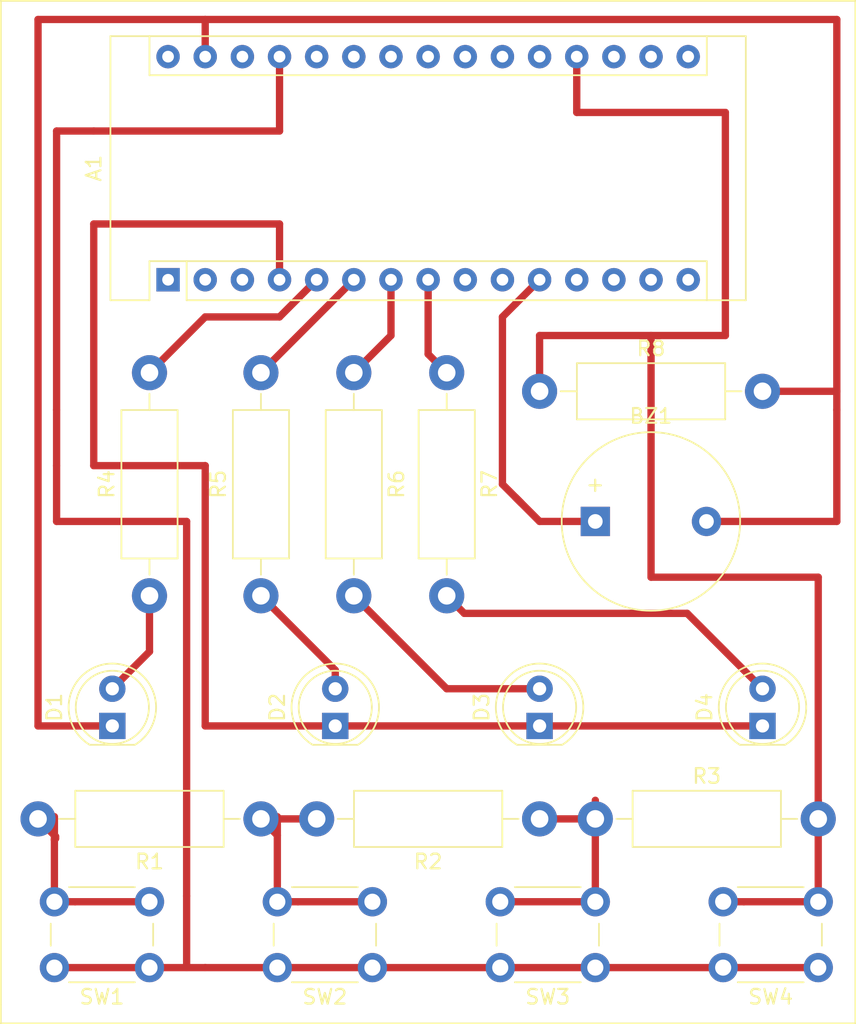
<source format=kicad_pcb>
(kicad_pcb (version 20171130) (host pcbnew "(5.1.0)-1")

  (general
    (thickness 1.6)
    (drawings 5)
    (tracks 87)
    (zones 0)
    (modules 18)
    (nets 37)
  )

  (page A4)
  (layers
    (0 F.Cu signal)
    (31 B.Cu signal)
    (32 B.Adhes user)
    (33 F.Adhes user)
    (34 B.Paste user)
    (35 F.Paste user)
    (36 B.SilkS user)
    (37 F.SilkS user)
    (38 B.Mask user)
    (39 F.Mask user)
    (40 Dwgs.User user)
    (41 Cmts.User user)
    (42 Eco1.User user)
    (43 Eco2.User user)
    (44 Edge.Cuts user)
    (45 Margin user)
    (46 B.CrtYd user)
    (47 F.CrtYd user)
    (48 B.Fab user)
    (49 F.Fab user)
  )

  (setup
    (last_trace_width 0.5)
    (user_trace_width 0.5)
    (trace_clearance 0.2)
    (zone_clearance 0.508)
    (zone_45_only no)
    (trace_min 0.2)
    (via_size 0.8)
    (via_drill 0.4)
    (via_min_size 0.4)
    (via_min_drill 0.3)
    (uvia_size 0.3)
    (uvia_drill 0.1)
    (uvias_allowed no)
    (uvia_min_size 0.2)
    (uvia_min_drill 0.1)
    (edge_width 0.05)
    (segment_width 0.2)
    (pcb_text_width 0.3)
    (pcb_text_size 1.5 1.5)
    (mod_edge_width 0.12)
    (mod_text_size 1 1)
    (mod_text_width 0.15)
    (pad_size 1.524 1.524)
    (pad_drill 0.762)
    (pad_to_mask_clearance 0.051)
    (solder_mask_min_width 0.25)
    (aux_axis_origin 0 0)
    (visible_elements 7FFFFFFF)
    (pcbplotparams
      (layerselection 0x010fc_ffffffff)
      (usegerberextensions false)
      (usegerberattributes false)
      (usegerberadvancedattributes false)
      (creategerberjobfile false)
      (excludeedgelayer true)
      (linewidth 0.100000)
      (plotframeref false)
      (viasonmask false)
      (mode 1)
      (useauxorigin false)
      (hpglpennumber 1)
      (hpglpenspeed 20)
      (hpglpendiameter 15.000000)
      (psnegative false)
      (psa4output false)
      (plotreference true)
      (plotvalue true)
      (plotinvisibletext false)
      (padsonsilk false)
      (subtractmaskfromsilk false)
      (outputformat 1)
      (mirror false)
      (drillshape 1)
      (scaleselection 1)
      (outputdirectory ""))
  )

  (net 0 "")
  (net 1 "Net-(A1-Pad16)")
  (net 2 "Net-(A1-Pad15)")
  (net 3 "Net-(A1-Pad30)")
  (net 4 "Net-(A1-Pad14)")
  (net 5 "Net-(A1-Pad13)")
  (net 6 "Net-(A1-Pad28)")
  (net 7 "Net-(A1-Pad12)")
  (net 8 "Net-(A1-Pad27)")
  (net 9 "Net-(A1-Pad11)")
  (net 10 "Net-(A1-Pad26)")
  (net 11 "Net-(A1-Pad10)")
  (net 12 "Net-(A1-Pad25)")
  (net 13 "Net-(A1-Pad9)")
  (net 14 "Net-(A1-Pad24)")
  (net 15 "Net-(A1-Pad8)")
  (net 16 "Net-(A1-Pad23)")
  (net 17 "Net-(A1-Pad7)")
  (net 18 "Net-(A1-Pad22)")
  (net 19 "Net-(A1-Pad6)")
  (net 20 "Net-(A1-Pad21)")
  (net 21 "Net-(A1-Pad5)")
  (net 22 "Net-(A1-Pad20)")
  (net 23 "Net-(A1-Pad19)")
  (net 24 "Net-(A1-Pad3)")
  (net 25 "Net-(A1-Pad18)")
  (net 26 "Net-(A1-Pad2)")
  (net 27 "Net-(A1-Pad17)")
  (net 28 "Net-(A1-Pad1)")
  (net 29 "Net-(D1-Pad2)")
  (net 30 "Net-(D2-Pad2)")
  (net 31 "Net-(D3-Pad2)")
  (net 32 "Net-(D4-Pad2)")
  (net 33 "Net-(R1-Pad2)")
  (net 34 "Net-(R1-Pad1)")
  (net 35 "Net-(R2-Pad1)")
  (net 36 GND)

  (net_class Default "Ceci est la Netclass par défaut."
    (clearance 0.2)
    (trace_width 0.25)
    (via_dia 0.8)
    (via_drill 0.4)
    (uvia_dia 0.3)
    (uvia_drill 0.1)
    (add_net GND)
    (add_net "Net-(A1-Pad1)")
    (add_net "Net-(A1-Pad10)")
    (add_net "Net-(A1-Pad11)")
    (add_net "Net-(A1-Pad12)")
    (add_net "Net-(A1-Pad13)")
    (add_net "Net-(A1-Pad14)")
    (add_net "Net-(A1-Pad15)")
    (add_net "Net-(A1-Pad16)")
    (add_net "Net-(A1-Pad17)")
    (add_net "Net-(A1-Pad18)")
    (add_net "Net-(A1-Pad19)")
    (add_net "Net-(A1-Pad2)")
    (add_net "Net-(A1-Pad20)")
    (add_net "Net-(A1-Pad21)")
    (add_net "Net-(A1-Pad22)")
    (add_net "Net-(A1-Pad23)")
    (add_net "Net-(A1-Pad24)")
    (add_net "Net-(A1-Pad25)")
    (add_net "Net-(A1-Pad26)")
    (add_net "Net-(A1-Pad27)")
    (add_net "Net-(A1-Pad28)")
    (add_net "Net-(A1-Pad3)")
    (add_net "Net-(A1-Pad30)")
    (add_net "Net-(A1-Pad5)")
    (add_net "Net-(A1-Pad6)")
    (add_net "Net-(A1-Pad7)")
    (add_net "Net-(A1-Pad8)")
    (add_net "Net-(A1-Pad9)")
    (add_net "Net-(D1-Pad2)")
    (add_net "Net-(D2-Pad2)")
    (add_net "Net-(D3-Pad2)")
    (add_net "Net-(D4-Pad2)")
    (add_net "Net-(R1-Pad1)")
    (add_net "Net-(R1-Pad2)")
    (add_net "Net-(R2-Pad1)")
  )

  (module Module:Arduino_Nano (layer F.Cu) (tedit 58ACAF70) (tstamp 5CCB185E)
    (at 179.07 76.2 90)
    (descr "Arduino Nano, http://www.mouser.com/pdfdocs/Gravitech_Arduino_Nano3_0.pdf")
    (tags "Arduino Nano")
    (path /5CD0BC2B)
    (fp_text reference A1 (at 7.62 -5.08 90) (layer F.SilkS)
      (effects (font (size 1 1) (thickness 0.15)))
    )
    (fp_text value Arduino_Nano_v3.x (at 8.89 19.05 -180) (layer F.Fab)
      (effects (font (size 1 1) (thickness 0.15)))
    )
    (fp_line (start 16.75 42.16) (end -1.53 42.16) (layer F.CrtYd) (width 0.05))
    (fp_line (start 16.75 42.16) (end 16.75 -4.06) (layer F.CrtYd) (width 0.05))
    (fp_line (start -1.53 -4.06) (end -1.53 42.16) (layer F.CrtYd) (width 0.05))
    (fp_line (start -1.53 -4.06) (end 16.75 -4.06) (layer F.CrtYd) (width 0.05))
    (fp_line (start 16.51 -3.81) (end 16.51 39.37) (layer F.Fab) (width 0.1))
    (fp_line (start 0 -3.81) (end 16.51 -3.81) (layer F.Fab) (width 0.1))
    (fp_line (start -1.27 -2.54) (end 0 -3.81) (layer F.Fab) (width 0.1))
    (fp_line (start -1.27 39.37) (end -1.27 -2.54) (layer F.Fab) (width 0.1))
    (fp_line (start 16.51 39.37) (end -1.27 39.37) (layer F.Fab) (width 0.1))
    (fp_line (start 16.64 -3.94) (end -1.4 -3.94) (layer F.SilkS) (width 0.12))
    (fp_line (start 16.64 39.5) (end 16.64 -3.94) (layer F.SilkS) (width 0.12))
    (fp_line (start -1.4 39.5) (end 16.64 39.5) (layer F.SilkS) (width 0.12))
    (fp_line (start 3.81 41.91) (end 3.81 31.75) (layer F.Fab) (width 0.1))
    (fp_line (start 11.43 41.91) (end 3.81 41.91) (layer F.Fab) (width 0.1))
    (fp_line (start 11.43 31.75) (end 11.43 41.91) (layer F.Fab) (width 0.1))
    (fp_line (start 3.81 31.75) (end 11.43 31.75) (layer F.Fab) (width 0.1))
    (fp_line (start 1.27 36.83) (end -1.4 36.83) (layer F.SilkS) (width 0.12))
    (fp_line (start 1.27 1.27) (end 1.27 36.83) (layer F.SilkS) (width 0.12))
    (fp_line (start 1.27 1.27) (end -1.4 1.27) (layer F.SilkS) (width 0.12))
    (fp_line (start 13.97 36.83) (end 16.64 36.83) (layer F.SilkS) (width 0.12))
    (fp_line (start 13.97 -1.27) (end 13.97 36.83) (layer F.SilkS) (width 0.12))
    (fp_line (start 13.97 -1.27) (end 16.64 -1.27) (layer F.SilkS) (width 0.12))
    (fp_line (start -1.4 -3.94) (end -1.4 -1.27) (layer F.SilkS) (width 0.12))
    (fp_line (start -1.4 1.27) (end -1.4 39.5) (layer F.SilkS) (width 0.12))
    (fp_line (start 1.27 -1.27) (end -1.4 -1.27) (layer F.SilkS) (width 0.12))
    (fp_line (start 1.27 1.27) (end 1.27 -1.27) (layer F.SilkS) (width 0.12))
    (fp_text user %R (at 6.35 19.05 -180) (layer F.Fab)
      (effects (font (size 1 1) (thickness 0.15)))
    )
    (pad 16 thru_hole oval (at 15.24 35.56 90) (size 1.6 1.6) (drill 0.8) (layers *.Cu *.Mask)
      (net 1 "Net-(A1-Pad16)"))
    (pad 15 thru_hole oval (at 0 35.56 90) (size 1.6 1.6) (drill 0.8) (layers *.Cu *.Mask)
      (net 2 "Net-(A1-Pad15)"))
    (pad 30 thru_hole oval (at 15.24 0 90) (size 1.6 1.6) (drill 0.8) (layers *.Cu *.Mask)
      (net 3 "Net-(A1-Pad30)"))
    (pad 14 thru_hole oval (at 0 33.02 90) (size 1.6 1.6) (drill 0.8) (layers *.Cu *.Mask)
      (net 4 "Net-(A1-Pad14)"))
    (pad 29 thru_hole oval (at 15.24 2.54 90) (size 1.6 1.6) (drill 0.8) (layers *.Cu *.Mask)
      (net 36 GND))
    (pad 13 thru_hole oval (at 0 30.48 90) (size 1.6 1.6) (drill 0.8) (layers *.Cu *.Mask)
      (net 5 "Net-(A1-Pad13)"))
    (pad 28 thru_hole oval (at 15.24 5.08 90) (size 1.6 1.6) (drill 0.8) (layers *.Cu *.Mask)
      (net 6 "Net-(A1-Pad28)"))
    (pad 12 thru_hole oval (at 0 27.94 90) (size 1.6 1.6) (drill 0.8) (layers *.Cu *.Mask)
      (net 7 "Net-(A1-Pad12)"))
    (pad 27 thru_hole oval (at 15.24 7.62 90) (size 1.6 1.6) (drill 0.8) (layers *.Cu *.Mask)
      (net 8 "Net-(A1-Pad27)"))
    (pad 11 thru_hole oval (at 0 25.4 90) (size 1.6 1.6) (drill 0.8) (layers *.Cu *.Mask)
      (net 9 "Net-(A1-Pad11)"))
    (pad 26 thru_hole oval (at 15.24 10.16 90) (size 1.6 1.6) (drill 0.8) (layers *.Cu *.Mask)
      (net 10 "Net-(A1-Pad26)"))
    (pad 10 thru_hole oval (at 0 22.86 90) (size 1.6 1.6) (drill 0.8) (layers *.Cu *.Mask)
      (net 11 "Net-(A1-Pad10)"))
    (pad 25 thru_hole oval (at 15.24 12.7 90) (size 1.6 1.6) (drill 0.8) (layers *.Cu *.Mask)
      (net 12 "Net-(A1-Pad25)"))
    (pad 9 thru_hole oval (at 0 20.32 90) (size 1.6 1.6) (drill 0.8) (layers *.Cu *.Mask)
      (net 13 "Net-(A1-Pad9)"))
    (pad 24 thru_hole oval (at 15.24 15.24 90) (size 1.6 1.6) (drill 0.8) (layers *.Cu *.Mask)
      (net 14 "Net-(A1-Pad24)"))
    (pad 8 thru_hole oval (at 0 17.78 90) (size 1.6 1.6) (drill 0.8) (layers *.Cu *.Mask)
      (net 15 "Net-(A1-Pad8)"))
    (pad 23 thru_hole oval (at 15.24 17.78 90) (size 1.6 1.6) (drill 0.8) (layers *.Cu *.Mask)
      (net 16 "Net-(A1-Pad23)"))
    (pad 7 thru_hole oval (at 0 15.24 90) (size 1.6 1.6) (drill 0.8) (layers *.Cu *.Mask)
      (net 17 "Net-(A1-Pad7)"))
    (pad 22 thru_hole oval (at 15.24 20.32 90) (size 1.6 1.6) (drill 0.8) (layers *.Cu *.Mask)
      (net 18 "Net-(A1-Pad22)"))
    (pad 6 thru_hole oval (at 0 12.7 90) (size 1.6 1.6) (drill 0.8) (layers *.Cu *.Mask)
      (net 19 "Net-(A1-Pad6)"))
    (pad 21 thru_hole oval (at 15.24 22.86 90) (size 1.6 1.6) (drill 0.8) (layers *.Cu *.Mask)
      (net 20 "Net-(A1-Pad21)"))
    (pad 5 thru_hole oval (at 0 10.16 90) (size 1.6 1.6) (drill 0.8) (layers *.Cu *.Mask)
      (net 21 "Net-(A1-Pad5)"))
    (pad 20 thru_hole oval (at 15.24 25.4 90) (size 1.6 1.6) (drill 0.8) (layers *.Cu *.Mask)
      (net 22 "Net-(A1-Pad20)"))
    (pad 4 thru_hole oval (at 0 7.62 90) (size 1.6 1.6) (drill 0.8) (layers *.Cu *.Mask)
      (net 36 GND))
    (pad 19 thru_hole oval (at 15.24 27.94 90) (size 1.6 1.6) (drill 0.8) (layers *.Cu *.Mask)
      (net 23 "Net-(A1-Pad19)"))
    (pad 3 thru_hole oval (at 0 5.08 90) (size 1.6 1.6) (drill 0.8) (layers *.Cu *.Mask)
      (net 24 "Net-(A1-Pad3)"))
    (pad 18 thru_hole oval (at 15.24 30.48 90) (size 1.6 1.6) (drill 0.8) (layers *.Cu *.Mask)
      (net 25 "Net-(A1-Pad18)"))
    (pad 2 thru_hole oval (at 0 2.54 90) (size 1.6 1.6) (drill 0.8) (layers *.Cu *.Mask)
      (net 26 "Net-(A1-Pad2)"))
    (pad 17 thru_hole oval (at 15.24 33.02 90) (size 1.6 1.6) (drill 0.8) (layers *.Cu *.Mask)
      (net 27 "Net-(A1-Pad17)"))
    (pad 1 thru_hole rect (at 0 0 90) (size 1.6 1.6) (drill 0.8) (layers *.Cu *.Mask)
      (net 28 "Net-(A1-Pad1)"))
    (model ${KISYS3DMOD}/Module.3dshapes/Arduino_Nano_WithMountingHoles.wrl
      (at (xyz 0 0 0))
      (scale (xyz 1 1 1))
      (rotate (xyz 0 0 0))
    )
  )

  (module Button_Switch_THT:SW_PUSH_6mm_H5mm (layer F.Cu) (tedit 5A02FE31) (tstamp 5CCB19A2)
    (at 208.28 123.19 180)
    (descr "tactile push button, 6x6mm e.g. PHAP33xx series, height=5mm")
    (tags "tact sw push 6mm")
    (path /5CC9FEAF)
    (fp_text reference SW3 (at 3.25 -2 180) (layer F.SilkS)
      (effects (font (size 1 1) (thickness 0.15)))
    )
    (fp_text value SW_Push (at 3.75 6.7 180) (layer F.Fab)
      (effects (font (size 1 1) (thickness 0.15)))
    )
    (fp_circle (center 3.25 2.25) (end 1.25 2.5) (layer F.Fab) (width 0.1))
    (fp_line (start 6.75 3) (end 6.75 1.5) (layer F.SilkS) (width 0.12))
    (fp_line (start 5.5 -1) (end 1 -1) (layer F.SilkS) (width 0.12))
    (fp_line (start -0.25 1.5) (end -0.25 3) (layer F.SilkS) (width 0.12))
    (fp_line (start 1 5.5) (end 5.5 5.5) (layer F.SilkS) (width 0.12))
    (fp_line (start 8 -1.25) (end 8 5.75) (layer F.CrtYd) (width 0.05))
    (fp_line (start 7.75 6) (end -1.25 6) (layer F.CrtYd) (width 0.05))
    (fp_line (start -1.5 5.75) (end -1.5 -1.25) (layer F.CrtYd) (width 0.05))
    (fp_line (start -1.25 -1.5) (end 7.75 -1.5) (layer F.CrtYd) (width 0.05))
    (fp_line (start -1.5 6) (end -1.25 6) (layer F.CrtYd) (width 0.05))
    (fp_line (start -1.5 5.75) (end -1.5 6) (layer F.CrtYd) (width 0.05))
    (fp_line (start -1.5 -1.5) (end -1.25 -1.5) (layer F.CrtYd) (width 0.05))
    (fp_line (start -1.5 -1.25) (end -1.5 -1.5) (layer F.CrtYd) (width 0.05))
    (fp_line (start 8 -1.5) (end 8 -1.25) (layer F.CrtYd) (width 0.05))
    (fp_line (start 7.75 -1.5) (end 8 -1.5) (layer F.CrtYd) (width 0.05))
    (fp_line (start 8 6) (end 8 5.75) (layer F.CrtYd) (width 0.05))
    (fp_line (start 7.75 6) (end 8 6) (layer F.CrtYd) (width 0.05))
    (fp_line (start 0.25 -0.75) (end 3.25 -0.75) (layer F.Fab) (width 0.1))
    (fp_line (start 0.25 5.25) (end 0.25 -0.75) (layer F.Fab) (width 0.1))
    (fp_line (start 6.25 5.25) (end 0.25 5.25) (layer F.Fab) (width 0.1))
    (fp_line (start 6.25 -0.75) (end 6.25 5.25) (layer F.Fab) (width 0.1))
    (fp_line (start 3.25 -0.75) (end 6.25 -0.75) (layer F.Fab) (width 0.1))
    (fp_text user %R (at 3.25 2.25) (layer F.Fab)
      (effects (font (size 1 1) (thickness 0.15)))
    )
    (pad 1 thru_hole circle (at 6.5 0 270) (size 2 2) (drill 1.1) (layers *.Cu *.Mask)
      (net 8 "Net-(A1-Pad27)"))
    (pad 2 thru_hole circle (at 6.5 4.5 270) (size 2 2) (drill 1.1) (layers *.Cu *.Mask)
      (net 35 "Net-(R2-Pad1)"))
    (pad 1 thru_hole circle (at 0 0 270) (size 2 2) (drill 1.1) (layers *.Cu *.Mask)
      (net 8 "Net-(A1-Pad27)"))
    (pad 2 thru_hole circle (at 0 4.5 270) (size 2 2) (drill 1.1) (layers *.Cu *.Mask)
      (net 35 "Net-(R2-Pad1)"))
    (model ${KISYS3DMOD}/Button_Switch_THT.3dshapes/SW_PUSH_6mm_H5mm.wrl
      (at (xyz 0 0 0))
      (scale (xyz 1 1 1))
      (rotate (xyz 0 0 0))
    )
  )

  (module LED_THT:LED_D5.0mm (layer F.Cu) (tedit 5995936A) (tstamp 5CCB1991)
    (at 175.26 106.68 90)
    (descr "LED, diameter 5.0mm, 2 pins, http://cdn-reichelt.de/documents/datenblatt/A500/LL-504BC2E-009.pdf")
    (tags "LED diameter 5.0mm 2 pins")
    (path /5CC9ECB9)
    (fp_text reference D1 (at 1.27 -3.96 90) (layer F.SilkS)
      (effects (font (size 1 1) (thickness 0.15)))
    )
    (fp_text value LED (at 1.27 3.96 90) (layer F.Fab)
      (effects (font (size 1 1) (thickness 0.15)))
    )
    (fp_text user %R (at 1.25 0 90) (layer F.Fab)
      (effects (font (size 0.8 0.8) (thickness 0.2)))
    )
    (fp_line (start 4.5 -3.25) (end -1.95 -3.25) (layer F.CrtYd) (width 0.05))
    (fp_line (start 4.5 3.25) (end 4.5 -3.25) (layer F.CrtYd) (width 0.05))
    (fp_line (start -1.95 3.25) (end 4.5 3.25) (layer F.CrtYd) (width 0.05))
    (fp_line (start -1.95 -3.25) (end -1.95 3.25) (layer F.CrtYd) (width 0.05))
    (fp_line (start -1.29 -1.545) (end -1.29 1.545) (layer F.SilkS) (width 0.12))
    (fp_line (start -1.23 -1.469694) (end -1.23 1.469694) (layer F.Fab) (width 0.1))
    (fp_circle (center 1.27 0) (end 3.77 0) (layer F.SilkS) (width 0.12))
    (fp_circle (center 1.27 0) (end 3.77 0) (layer F.Fab) (width 0.1))
    (fp_arc (start 1.27 0) (end -1.29 1.54483) (angle -148.9) (layer F.SilkS) (width 0.12))
    (fp_arc (start 1.27 0) (end -1.29 -1.54483) (angle 148.9) (layer F.SilkS) (width 0.12))
    (fp_arc (start 1.27 0) (end -1.23 -1.469694) (angle 299.1) (layer F.Fab) (width 0.1))
    (pad 2 thru_hole circle (at 2.54 0 90) (size 1.8 1.8) (drill 0.9) (layers *.Cu *.Mask)
      (net 29 "Net-(D1-Pad2)"))
    (pad 1 thru_hole rect (at 0 0 90) (size 1.8 1.8) (drill 0.9) (layers *.Cu *.Mask)
      (net 36 GND))
    (model ${KISYS3DMOD}/LED_THT.3dshapes/LED_D5.0mm.wrl
      (at (xyz 0 0 0))
      (scale (xyz 1 1 1))
      (rotate (xyz 0 0 0))
    )
  )

  (module Resistor_THT:R_Axial_DIN0411_L9.9mm_D3.6mm_P15.24mm_Horizontal (layer F.Cu) (tedit 5AE5139B) (tstamp 5CCB197B)
    (at 204.47 113.03 180)
    (descr "Resistor, Axial_DIN0411 series, Axial, Horizontal, pin pitch=15.24mm, 1W, length*diameter=9.9*3.6mm^2")
    (tags "Resistor Axial_DIN0411 series Axial Horizontal pin pitch 15.24mm 1W length 9.9mm diameter 3.6mm")
    (path /5CCBC6E4)
    (fp_text reference R2 (at 7.62 -2.92 180) (layer F.SilkS)
      (effects (font (size 1 1) (thickness 0.15)))
    )
    (fp_text value 220 (at 7.62 2.92 180) (layer F.Fab)
      (effects (font (size 1 1) (thickness 0.15)))
    )
    (fp_text user %R (at 7.62 0 180) (layer F.Fab)
      (effects (font (size 1 1) (thickness 0.15)))
    )
    (fp_line (start 16.69 -2.05) (end -1.45 -2.05) (layer F.CrtYd) (width 0.05))
    (fp_line (start 16.69 2.05) (end 16.69 -2.05) (layer F.CrtYd) (width 0.05))
    (fp_line (start -1.45 2.05) (end 16.69 2.05) (layer F.CrtYd) (width 0.05))
    (fp_line (start -1.45 -2.05) (end -1.45 2.05) (layer F.CrtYd) (width 0.05))
    (fp_line (start 13.8 0) (end 12.69 0) (layer F.SilkS) (width 0.12))
    (fp_line (start 1.44 0) (end 2.55 0) (layer F.SilkS) (width 0.12))
    (fp_line (start 12.69 -1.92) (end 2.55 -1.92) (layer F.SilkS) (width 0.12))
    (fp_line (start 12.69 1.92) (end 12.69 -1.92) (layer F.SilkS) (width 0.12))
    (fp_line (start 2.55 1.92) (end 12.69 1.92) (layer F.SilkS) (width 0.12))
    (fp_line (start 2.55 -1.92) (end 2.55 1.92) (layer F.SilkS) (width 0.12))
    (fp_line (start 15.24 0) (end 12.57 0) (layer F.Fab) (width 0.1))
    (fp_line (start 0 0) (end 2.67 0) (layer F.Fab) (width 0.1))
    (fp_line (start 12.57 -1.8) (end 2.67 -1.8) (layer F.Fab) (width 0.1))
    (fp_line (start 12.57 1.8) (end 12.57 -1.8) (layer F.Fab) (width 0.1))
    (fp_line (start 2.67 1.8) (end 12.57 1.8) (layer F.Fab) (width 0.1))
    (fp_line (start 2.67 -1.8) (end 2.67 1.8) (layer F.Fab) (width 0.1))
    (pad 2 thru_hole oval (at 15.24 0 180) (size 2.4 2.4) (drill 1.2) (layers *.Cu *.Mask)
      (net 34 "Net-(R1-Pad1)"))
    (pad 1 thru_hole circle (at 0 0 180) (size 2.4 2.4) (drill 1.2) (layers *.Cu *.Mask)
      (net 35 "Net-(R2-Pad1)"))
    (model ${KISYS3DMOD}/Resistor_THT.3dshapes/R_Axial_DIN0411_L9.9mm_D3.6mm_P15.24mm_Horizontal.wrl
      (at (xyz 0 0 0))
      (scale (xyz 1 1 1))
      (rotate (xyz 0 0 0))
    )
  )

  (module Resistor_THT:R_Axial_DIN0411_L9.9mm_D3.6mm_P15.24mm_Horizontal (layer F.Cu) (tedit 5AE5139B) (tstamp 5CCB1965)
    (at 208.28 113.03)
    (descr "Resistor, Axial_DIN0411 series, Axial, Horizontal, pin pitch=15.24mm, 1W, length*diameter=9.9*3.6mm^2")
    (tags "Resistor Axial_DIN0411 series Axial Horizontal pin pitch 15.24mm 1W length 9.9mm diameter 3.6mm")
    (path /5CCBC6DE)
    (fp_text reference R3 (at 7.62 -2.92) (layer F.SilkS)
      (effects (font (size 1 1) (thickness 0.15)))
    )
    (fp_text value 220 (at 7.62 2.92) (layer F.Fab)
      (effects (font (size 1 1) (thickness 0.15)))
    )
    (fp_text user %R (at 7.62 0) (layer F.Fab)
      (effects (font (size 1 1) (thickness 0.15)))
    )
    (fp_line (start 16.69 -2.05) (end -1.45 -2.05) (layer F.CrtYd) (width 0.05))
    (fp_line (start 16.69 2.05) (end 16.69 -2.05) (layer F.CrtYd) (width 0.05))
    (fp_line (start -1.45 2.05) (end 16.69 2.05) (layer F.CrtYd) (width 0.05))
    (fp_line (start -1.45 -2.05) (end -1.45 2.05) (layer F.CrtYd) (width 0.05))
    (fp_line (start 13.8 0) (end 12.69 0) (layer F.SilkS) (width 0.12))
    (fp_line (start 1.44 0) (end 2.55 0) (layer F.SilkS) (width 0.12))
    (fp_line (start 12.69 -1.92) (end 2.55 -1.92) (layer F.SilkS) (width 0.12))
    (fp_line (start 12.69 1.92) (end 12.69 -1.92) (layer F.SilkS) (width 0.12))
    (fp_line (start 2.55 1.92) (end 12.69 1.92) (layer F.SilkS) (width 0.12))
    (fp_line (start 2.55 -1.92) (end 2.55 1.92) (layer F.SilkS) (width 0.12))
    (fp_line (start 15.24 0) (end 12.57 0) (layer F.Fab) (width 0.1))
    (fp_line (start 0 0) (end 2.67 0) (layer F.Fab) (width 0.1))
    (fp_line (start 12.57 -1.8) (end 2.67 -1.8) (layer F.Fab) (width 0.1))
    (fp_line (start 12.57 1.8) (end 12.57 -1.8) (layer F.Fab) (width 0.1))
    (fp_line (start 2.67 1.8) (end 12.57 1.8) (layer F.Fab) (width 0.1))
    (fp_line (start 2.67 -1.8) (end 2.67 1.8) (layer F.Fab) (width 0.1))
    (pad 2 thru_hole oval (at 15.24 0) (size 2.4 2.4) (drill 1.2) (layers *.Cu *.Mask)
      (net 23 "Net-(A1-Pad19)"))
    (pad 1 thru_hole circle (at 0 0) (size 2.4 2.4) (drill 1.2) (layers *.Cu *.Mask)
      (net 35 "Net-(R2-Pad1)"))
    (model ${KISYS3DMOD}/Resistor_THT.3dshapes/R_Axial_DIN0411_L9.9mm_D3.6mm_P15.24mm_Horizontal.wrl
      (at (xyz 0 0 0))
      (scale (xyz 1 1 1))
      (rotate (xyz 0 0 0))
    )
  )

  (module Resistor_THT:R_Axial_DIN0411_L9.9mm_D3.6mm_P15.24mm_Horizontal (layer F.Cu) (tedit 5AE5139B) (tstamp 5CCB194F)
    (at 177.8 97.79 90)
    (descr "Resistor, Axial_DIN0411 series, Axial, Horizontal, pin pitch=15.24mm, 1W, length*diameter=9.9*3.6mm^2")
    (tags "Resistor Axial_DIN0411 series Axial Horizontal pin pitch 15.24mm 1W length 9.9mm diameter 3.6mm")
    (path /5CC9BFD8)
    (fp_text reference R4 (at 7.62 -2.92 90) (layer F.SilkS)
      (effects (font (size 1 1) (thickness 0.15)))
    )
    (fp_text value 220 (at 7.62 2.92 90) (layer F.Fab)
      (effects (font (size 1 1) (thickness 0.15)))
    )
    (fp_text user %R (at 5.08 0 90) (layer F.Fab)
      (effects (font (size 1 1) (thickness 0.15)))
    )
    (fp_line (start 16.69 -2.05) (end -1.45 -2.05) (layer F.CrtYd) (width 0.05))
    (fp_line (start 16.69 2.05) (end 16.69 -2.05) (layer F.CrtYd) (width 0.05))
    (fp_line (start -1.45 2.05) (end 16.69 2.05) (layer F.CrtYd) (width 0.05))
    (fp_line (start -1.45 -2.05) (end -1.45 2.05) (layer F.CrtYd) (width 0.05))
    (fp_line (start 13.8 0) (end 12.69 0) (layer F.SilkS) (width 0.12))
    (fp_line (start 1.44 0) (end 2.55 0) (layer F.SilkS) (width 0.12))
    (fp_line (start 12.69 -1.92) (end 2.55 -1.92) (layer F.SilkS) (width 0.12))
    (fp_line (start 12.69 1.92) (end 12.69 -1.92) (layer F.SilkS) (width 0.12))
    (fp_line (start 2.55 1.92) (end 12.69 1.92) (layer F.SilkS) (width 0.12))
    (fp_line (start 2.55 -1.92) (end 2.55 1.92) (layer F.SilkS) (width 0.12))
    (fp_line (start 15.24 0) (end 12.57 0) (layer F.Fab) (width 0.1))
    (fp_line (start 0 0) (end 2.67 0) (layer F.Fab) (width 0.1))
    (fp_line (start 12.57 -1.8) (end 2.67 -1.8) (layer F.Fab) (width 0.1))
    (fp_line (start 12.57 1.8) (end 12.57 -1.8) (layer F.Fab) (width 0.1))
    (fp_line (start 2.67 1.8) (end 12.57 1.8) (layer F.Fab) (width 0.1))
    (fp_line (start 2.67 -1.8) (end 2.67 1.8) (layer F.Fab) (width 0.1))
    (pad 2 thru_hole oval (at 15.24 0 90) (size 2.4 2.4) (drill 1.2) (layers *.Cu *.Mask)
      (net 21 "Net-(A1-Pad5)"))
    (pad 1 thru_hole circle (at 0 0 90) (size 2.4 2.4) (drill 1.2) (layers *.Cu *.Mask)
      (net 29 "Net-(D1-Pad2)"))
    (model ${KISYS3DMOD}/Resistor_THT.3dshapes/R_Axial_DIN0411_L9.9mm_D3.6mm_P15.24mm_Horizontal.wrl
      (at (xyz 0 0 0))
      (scale (xyz 1 1 1))
      (rotate (xyz 0 0 0))
    )
  )

  (module LED_THT:LED_D5.0mm (layer F.Cu) (tedit 5995936A) (tstamp 5CCB193E)
    (at 219.71 106.68 90)
    (descr "LED, diameter 5.0mm, 2 pins, http://cdn-reichelt.de/documents/datenblatt/A500/LL-504BC2E-009.pdf")
    (tags "LED diameter 5.0mm 2 pins")
    (path /5CC9D4C3)
    (fp_text reference D4 (at 1.27 -3.96 90) (layer F.SilkS)
      (effects (font (size 1 1) (thickness 0.15)))
    )
    (fp_text value LED (at 1.27 3.96 90) (layer F.Fab)
      (effects (font (size 1 1) (thickness 0.15)))
    )
    (fp_text user %R (at 1.25 0 90) (layer F.Fab)
      (effects (font (size 0.8 0.8) (thickness 0.2)))
    )
    (fp_line (start 4.5 -3.25) (end -1.95 -3.25) (layer F.CrtYd) (width 0.05))
    (fp_line (start 4.5 3.25) (end 4.5 -3.25) (layer F.CrtYd) (width 0.05))
    (fp_line (start -1.95 3.25) (end 4.5 3.25) (layer F.CrtYd) (width 0.05))
    (fp_line (start -1.95 -3.25) (end -1.95 3.25) (layer F.CrtYd) (width 0.05))
    (fp_line (start -1.29 -1.545) (end -1.29 1.545) (layer F.SilkS) (width 0.12))
    (fp_line (start -1.23 -1.469694) (end -1.23 1.469694) (layer F.Fab) (width 0.1))
    (fp_circle (center 1.27 0) (end 3.77 0) (layer F.SilkS) (width 0.12))
    (fp_circle (center 1.27 0) (end 3.77 0) (layer F.Fab) (width 0.1))
    (fp_arc (start 1.27 0) (end -1.29 1.54483) (angle -148.9) (layer F.SilkS) (width 0.12))
    (fp_arc (start 1.27 0) (end -1.29 -1.54483) (angle 148.9) (layer F.SilkS) (width 0.12))
    (fp_arc (start 1.27 0) (end -1.23 -1.469694) (angle 299.1) (layer F.Fab) (width 0.1))
    (pad 2 thru_hole circle (at 2.54 0 90) (size 1.8 1.8) (drill 0.9) (layers *.Cu *.Mask)
      (net 32 "Net-(D4-Pad2)"))
    (pad 1 thru_hole rect (at 0 0 90) (size 1.8 1.8) (drill 0.9) (layers *.Cu *.Mask)
      (net 36 GND))
    (model ${KISYS3DMOD}/LED_THT.3dshapes/LED_D5.0mm.wrl
      (at (xyz 0 0 0))
      (scale (xyz 1 1 1))
      (rotate (xyz 0 0 0))
    )
  )

  (module Buzzer_Beeper:Buzzer_12x9.5RM7.6 (layer F.Cu) (tedit 5A030281) (tstamp 5CCB1932)
    (at 208.28 92.71)
    (descr "Generic Buzzer, D12mm height 9.5mm with RM7.6mm")
    (tags buzzer)
    (path /5CCA0A4F)
    (fp_text reference BZ1 (at 3.8 -7.2) (layer F.SilkS)
      (effects (font (size 1 1) (thickness 0.15)))
    )
    (fp_text value Buzzer (at 3.8 7.4) (layer F.Fab)
      (effects (font (size 1 1) (thickness 0.15)))
    )
    (fp_circle (center 3.8 0) (end 9.9 0) (layer F.SilkS) (width 0.12))
    (fp_circle (center 3.8 0) (end 4.8 0) (layer F.Fab) (width 0.1))
    (fp_circle (center 3.8 0) (end 9.8 0) (layer F.Fab) (width 0.1))
    (fp_circle (center 3.8 0) (end 10.05 0) (layer F.CrtYd) (width 0.05))
    (fp_text user %R (at 3.8 -7.62) (layer F.Fab)
      (effects (font (size 1 1) (thickness 0.15)))
    )
    (fp_text user + (at -0.01 -2.54) (layer F.SilkS)
      (effects (font (size 1 1) (thickness 0.15)))
    )
    (fp_text user + (at -0.01 -2.54) (layer F.Fab)
      (effects (font (size 1 1) (thickness 0.15)))
    )
    (pad 2 thru_hole circle (at 7.6 0) (size 2 2) (drill 1) (layers *.Cu *.Mask)
      (net 36 GND))
    (pad 1 thru_hole rect (at 0 0) (size 2 2) (drill 1) (layers *.Cu *.Mask)
      (net 9 "Net-(A1-Pad11)"))
    (model ${KISYS3DMOD}/Buzzer_Beeper.3dshapes/Buzzer_12x9.5RM7.6.wrl
      (at (xyz 0 0 0))
      (scale (xyz 1 1 1))
      (rotate (xyz 0 0 0))
    )
  )

  (module Resistor_THT:R_Axial_DIN0411_L9.9mm_D3.6mm_P15.24mm_Horizontal (layer F.Cu) (tedit 5AE5139B) (tstamp 5CCB191C)
    (at 185.42 113.03 180)
    (descr "Resistor, Axial_DIN0411 series, Axial, Horizontal, pin pitch=15.24mm, 1W, length*diameter=9.9*3.6mm^2")
    (tags "Resistor Axial_DIN0411 series Axial Horizontal pin pitch 15.24mm 1W length 9.9mm diameter 3.6mm")
    (path /5CCBC6D2)
    (fp_text reference R1 (at 7.62 -2.92 180) (layer F.SilkS)
      (effects (font (size 1 1) (thickness 0.15)))
    )
    (fp_text value 220 (at 7.62 2.92 180) (layer F.Fab)
      (effects (font (size 1 1) (thickness 0.15)))
    )
    (fp_text user %R (at 7.62 0 270) (layer F.Fab)
      (effects (font (size 1 1) (thickness 0.15)))
    )
    (fp_line (start 16.69 -2.05) (end -1.45 -2.05) (layer F.CrtYd) (width 0.05))
    (fp_line (start 16.69 2.05) (end 16.69 -2.05) (layer F.CrtYd) (width 0.05))
    (fp_line (start -1.45 2.05) (end 16.69 2.05) (layer F.CrtYd) (width 0.05))
    (fp_line (start -1.45 -2.05) (end -1.45 2.05) (layer F.CrtYd) (width 0.05))
    (fp_line (start 13.8 0) (end 12.69 0) (layer F.SilkS) (width 0.12))
    (fp_line (start 1.44 0) (end 2.55 0) (layer F.SilkS) (width 0.12))
    (fp_line (start 12.69 -1.92) (end 2.55 -1.92) (layer F.SilkS) (width 0.12))
    (fp_line (start 12.69 1.92) (end 12.69 -1.92) (layer F.SilkS) (width 0.12))
    (fp_line (start 2.55 1.92) (end 12.69 1.92) (layer F.SilkS) (width 0.12))
    (fp_line (start 2.55 -1.92) (end 2.55 1.92) (layer F.SilkS) (width 0.12))
    (fp_line (start 15.24 0) (end 12.57 0) (layer F.Fab) (width 0.1))
    (fp_line (start 0 0) (end 2.67 0) (layer F.Fab) (width 0.1))
    (fp_line (start 12.57 -1.8) (end 2.67 -1.8) (layer F.Fab) (width 0.1))
    (fp_line (start 12.57 1.8) (end 12.57 -1.8) (layer F.Fab) (width 0.1))
    (fp_line (start 2.67 1.8) (end 12.57 1.8) (layer F.Fab) (width 0.1))
    (fp_line (start 2.67 -1.8) (end 2.67 1.8) (layer F.Fab) (width 0.1))
    (pad 2 thru_hole oval (at 15.24 0 180) (size 2.4 2.4) (drill 1.2) (layers *.Cu *.Mask)
      (net 33 "Net-(R1-Pad2)"))
    (pad 1 thru_hole circle (at 0 0 180) (size 2.4 2.4) (drill 1.2) (layers *.Cu *.Mask)
      (net 34 "Net-(R1-Pad1)"))
    (model ${KISYS3DMOD}/Resistor_THT.3dshapes/R_Axial_DIN0411_L9.9mm_D3.6mm_P15.24mm_Horizontal.wrl
      (at (xyz 0 0 0))
      (scale (xyz 1 1 1))
      (rotate (xyz 0 0 0))
    )
  )

  (module Resistor_THT:R_Axial_DIN0411_L9.9mm_D3.6mm_P15.24mm_Horizontal (layer F.Cu) (tedit 5AE5139B) (tstamp 5CCB1906)
    (at 204.47 83.82)
    (descr "Resistor, Axial_DIN0411 series, Axial, Horizontal, pin pitch=15.24mm, 1W, length*diameter=9.9*3.6mm^2")
    (tags "Resistor Axial_DIN0411 series Axial Horizontal pin pitch 15.24mm 1W length 9.9mm diameter 3.6mm")
    (path /5CC9CDB3)
    (fp_text reference R8 (at 7.62 -2.92) (layer F.SilkS)
      (effects (font (size 1 1) (thickness 0.15)))
    )
    (fp_text value 10k (at 7.62 2.92) (layer F.Fab)
      (effects (font (size 1 1) (thickness 0.15)))
    )
    (fp_text user %R (at 7.62 0) (layer F.Fab)
      (effects (font (size 1 1) (thickness 0.15)))
    )
    (fp_line (start 16.69 -2.05) (end -1.45 -2.05) (layer F.CrtYd) (width 0.05))
    (fp_line (start 16.69 2.05) (end 16.69 -2.05) (layer F.CrtYd) (width 0.05))
    (fp_line (start -1.45 2.05) (end 16.69 2.05) (layer F.CrtYd) (width 0.05))
    (fp_line (start -1.45 -2.05) (end -1.45 2.05) (layer F.CrtYd) (width 0.05))
    (fp_line (start 13.8 0) (end 12.69 0) (layer F.SilkS) (width 0.12))
    (fp_line (start 1.44 0) (end 2.55 0) (layer F.SilkS) (width 0.12))
    (fp_line (start 12.69 -1.92) (end 2.55 -1.92) (layer F.SilkS) (width 0.12))
    (fp_line (start 12.69 1.92) (end 12.69 -1.92) (layer F.SilkS) (width 0.12))
    (fp_line (start 2.55 1.92) (end 12.69 1.92) (layer F.SilkS) (width 0.12))
    (fp_line (start 2.55 -1.92) (end 2.55 1.92) (layer F.SilkS) (width 0.12))
    (fp_line (start 15.24 0) (end 12.57 0) (layer F.Fab) (width 0.1))
    (fp_line (start 0 0) (end 2.67 0) (layer F.Fab) (width 0.1))
    (fp_line (start 12.57 -1.8) (end 2.67 -1.8) (layer F.Fab) (width 0.1))
    (fp_line (start 12.57 1.8) (end 12.57 -1.8) (layer F.Fab) (width 0.1))
    (fp_line (start 2.67 1.8) (end 12.57 1.8) (layer F.Fab) (width 0.1))
    (fp_line (start 2.67 -1.8) (end 2.67 1.8) (layer F.Fab) (width 0.1))
    (pad 2 thru_hole oval (at 15.24 0) (size 2.4 2.4) (drill 1.2) (layers *.Cu *.Mask)
      (net 36 GND))
    (pad 1 thru_hole circle (at 0 0) (size 2.4 2.4) (drill 1.2) (layers *.Cu *.Mask)
      (net 23 "Net-(A1-Pad19)"))
    (model ${KISYS3DMOD}/Resistor_THT.3dshapes/R_Axial_DIN0411_L9.9mm_D3.6mm_P15.24mm_Horizontal.wrl
      (at (xyz 0 0 0))
      (scale (xyz 1 1 1))
      (rotate (xyz 0 0 0))
    )
  )

  (module Resistor_THT:R_Axial_DIN0411_L9.9mm_D3.6mm_P15.24mm_Horizontal (layer F.Cu) (tedit 5AE5139B) (tstamp 5CCB18F0)
    (at 191.77 82.55 270)
    (descr "Resistor, Axial_DIN0411 series, Axial, Horizontal, pin pitch=15.24mm, 1W, length*diameter=9.9*3.6mm^2")
    (tags "Resistor Axial_DIN0411 series Axial Horizontal pin pitch 15.24mm 1W length 9.9mm diameter 3.6mm")
    (path /5CC9C570)
    (fp_text reference R6 (at 7.62 -2.92 270) (layer F.SilkS)
      (effects (font (size 1 1) (thickness 0.15)))
    )
    (fp_text value 220 (at 7.62 2.92 270) (layer F.Fab)
      (effects (font (size 1 1) (thickness 0.15)))
    )
    (fp_text user %R (at 7.62 0 270) (layer F.Fab)
      (effects (font (size 1 1) (thickness 0.15)))
    )
    (fp_line (start 16.69 -2.05) (end -1.45 -2.05) (layer F.CrtYd) (width 0.05))
    (fp_line (start 16.69 2.05) (end 16.69 -2.05) (layer F.CrtYd) (width 0.05))
    (fp_line (start -1.45 2.05) (end 16.69 2.05) (layer F.CrtYd) (width 0.05))
    (fp_line (start -1.45 -2.05) (end -1.45 2.05) (layer F.CrtYd) (width 0.05))
    (fp_line (start 13.8 0) (end 12.69 0) (layer F.SilkS) (width 0.12))
    (fp_line (start 1.44 0) (end 2.55 0) (layer F.SilkS) (width 0.12))
    (fp_line (start 12.69 -1.92) (end 2.55 -1.92) (layer F.SilkS) (width 0.12))
    (fp_line (start 12.69 1.92) (end 12.69 -1.92) (layer F.SilkS) (width 0.12))
    (fp_line (start 2.55 1.92) (end 12.69 1.92) (layer F.SilkS) (width 0.12))
    (fp_line (start 2.55 -1.92) (end 2.55 1.92) (layer F.SilkS) (width 0.12))
    (fp_line (start 15.24 0) (end 12.57 0) (layer F.Fab) (width 0.1))
    (fp_line (start 0 0) (end 2.67 0) (layer F.Fab) (width 0.1))
    (fp_line (start 12.57 -1.8) (end 2.67 -1.8) (layer F.Fab) (width 0.1))
    (fp_line (start 12.57 1.8) (end 12.57 -1.8) (layer F.Fab) (width 0.1))
    (fp_line (start 2.67 1.8) (end 12.57 1.8) (layer F.Fab) (width 0.1))
    (fp_line (start 2.67 -1.8) (end 2.67 1.8) (layer F.Fab) (width 0.1))
    (pad 2 thru_hole oval (at 15.24 0 270) (size 2.4 2.4) (drill 1.2) (layers *.Cu *.Mask)
      (net 31 "Net-(D3-Pad2)"))
    (pad 1 thru_hole circle (at 0 0 270) (size 2.4 2.4) (drill 1.2) (layers *.Cu *.Mask)
      (net 17 "Net-(A1-Pad7)"))
    (model ${KISYS3DMOD}/Resistor_THT.3dshapes/R_Axial_DIN0411_L9.9mm_D3.6mm_P15.24mm_Horizontal.wrl
      (at (xyz 0 0 0))
      (scale (xyz 1 1 1))
      (rotate (xyz 0 0 0))
    )
  )

  (module LED_THT:LED_D5.0mm (layer F.Cu) (tedit 5995936A) (tstamp 5CCB18DF)
    (at 190.5 106.68 90)
    (descr "LED, diameter 5.0mm, 2 pins, http://cdn-reichelt.de/documents/datenblatt/A500/LL-504BC2E-009.pdf")
    (tags "LED diameter 5.0mm 2 pins")
    (path /5CC9E875)
    (fp_text reference D2 (at 1.27 -3.96 90) (layer F.SilkS)
      (effects (font (size 1 1) (thickness 0.15)))
    )
    (fp_text value LED (at 1.27 3.96 90) (layer F.Fab)
      (effects (font (size 1 1) (thickness 0.15)))
    )
    (fp_text user %R (at 1.27 -2.5 90) (layer F.Fab)
      (effects (font (size 0.8 0.8) (thickness 0.2)))
    )
    (fp_line (start 4.5 -3.25) (end -1.95 -3.25) (layer F.CrtYd) (width 0.05))
    (fp_line (start 4.5 3.25) (end 4.5 -3.25) (layer F.CrtYd) (width 0.05))
    (fp_line (start -1.95 3.25) (end 4.5 3.25) (layer F.CrtYd) (width 0.05))
    (fp_line (start -1.95 -3.25) (end -1.95 3.25) (layer F.CrtYd) (width 0.05))
    (fp_line (start -1.29 -1.545) (end -1.29 1.545) (layer F.SilkS) (width 0.12))
    (fp_line (start -1.23 -1.469694) (end -1.23 1.469694) (layer F.Fab) (width 0.1))
    (fp_circle (center 1.27 0) (end 3.77 0) (layer F.SilkS) (width 0.12))
    (fp_circle (center 1.27 0) (end 3.77 0) (layer F.Fab) (width 0.1))
    (fp_arc (start 1.27 0) (end -1.29 1.54483) (angle -148.9) (layer F.SilkS) (width 0.12))
    (fp_arc (start 1.27 0) (end -1.29 -1.54483) (angle 148.9) (layer F.SilkS) (width 0.12))
    (fp_arc (start 1.27 0) (end -1.23 -1.469694) (angle 299.1) (layer F.Fab) (width 0.1))
    (pad 2 thru_hole circle (at 2.54 0 90) (size 1.8 1.8) (drill 0.9) (layers *.Cu *.Mask)
      (net 30 "Net-(D2-Pad2)"))
    (pad 1 thru_hole rect (at 0 0 90) (size 1.8 1.8) (drill 0.9) (layers *.Cu *.Mask)
      (net 36 GND))
    (model ${KISYS3DMOD}/LED_THT.3dshapes/LED_D5.0mm.wrl
      (at (xyz 0 0 0))
      (scale (xyz 1 1 1))
      (rotate (xyz 0 0 0))
    )
  )

  (module Resistor_THT:R_Axial_DIN0411_L9.9mm_D3.6mm_P15.24mm_Horizontal (layer F.Cu) (tedit 5AE5139B) (tstamp 5CCB18C9)
    (at 198.12 82.55 270)
    (descr "Resistor, Axial_DIN0411 series, Axial, Horizontal, pin pitch=15.24mm, 1W, length*diameter=9.9*3.6mm^2")
    (tags "Resistor Axial_DIN0411 series Axial Horizontal pin pitch 15.24mm 1W length 9.9mm diameter 3.6mm")
    (path /5CC9C262)
    (fp_text reference R7 (at 7.62 -2.92 270) (layer F.SilkS)
      (effects (font (size 1 1) (thickness 0.15)))
    )
    (fp_text value 220 (at 7.62 2.92 270) (layer F.Fab)
      (effects (font (size 1 1) (thickness 0.15)))
    )
    (fp_text user %R (at 7.62 0 270) (layer F.Fab)
      (effects (font (size 1 1) (thickness 0.15)))
    )
    (fp_line (start 16.69 -2.05) (end -1.45 -2.05) (layer F.CrtYd) (width 0.05))
    (fp_line (start 16.69 2.05) (end 16.69 -2.05) (layer F.CrtYd) (width 0.05))
    (fp_line (start -1.45 2.05) (end 16.69 2.05) (layer F.CrtYd) (width 0.05))
    (fp_line (start -1.45 -2.05) (end -1.45 2.05) (layer F.CrtYd) (width 0.05))
    (fp_line (start 13.8 0) (end 12.69 0) (layer F.SilkS) (width 0.12))
    (fp_line (start 1.44 0) (end 2.55 0) (layer F.SilkS) (width 0.12))
    (fp_line (start 12.69 -1.92) (end 2.55 -1.92) (layer F.SilkS) (width 0.12))
    (fp_line (start 12.69 1.92) (end 12.69 -1.92) (layer F.SilkS) (width 0.12))
    (fp_line (start 2.55 1.92) (end 12.69 1.92) (layer F.SilkS) (width 0.12))
    (fp_line (start 2.55 -1.92) (end 2.55 1.92) (layer F.SilkS) (width 0.12))
    (fp_line (start 15.24 0) (end 12.57 0) (layer F.Fab) (width 0.1))
    (fp_line (start 0 0) (end 2.67 0) (layer F.Fab) (width 0.1))
    (fp_line (start 12.57 -1.8) (end 2.67 -1.8) (layer F.Fab) (width 0.1))
    (fp_line (start 12.57 1.8) (end 12.57 -1.8) (layer F.Fab) (width 0.1))
    (fp_line (start 2.67 1.8) (end 12.57 1.8) (layer F.Fab) (width 0.1))
    (fp_line (start 2.67 -1.8) (end 2.67 1.8) (layer F.Fab) (width 0.1))
    (pad 2 thru_hole oval (at 15.24 0 270) (size 2.4 2.4) (drill 1.2) (layers *.Cu *.Mask)
      (net 32 "Net-(D4-Pad2)"))
    (pad 1 thru_hole circle (at 0 0 270) (size 2.4 2.4) (drill 1.2) (layers *.Cu *.Mask)
      (net 15 "Net-(A1-Pad8)"))
    (model ${KISYS3DMOD}/Resistor_THT.3dshapes/R_Axial_DIN0411_L9.9mm_D3.6mm_P15.24mm_Horizontal.wrl
      (at (xyz 0 0 0))
      (scale (xyz 1 1 1))
      (rotate (xyz 0 0 0))
    )
  )

  (module LED_THT:LED_D5.0mm (layer F.Cu) (tedit 5995936A) (tstamp 5CCB18B8)
    (at 204.47 106.68 90)
    (descr "LED, diameter 5.0mm, 2 pins, http://cdn-reichelt.de/documents/datenblatt/A500/LL-504BC2E-009.pdf")
    (tags "LED diameter 5.0mm 2 pins")
    (path /5CC9E224)
    (fp_text reference D3 (at 1.27 -3.96 90) (layer F.SilkS)
      (effects (font (size 1 1) (thickness 0.15)))
    )
    (fp_text value LED (at 1.27 3.96 90) (layer F.Fab)
      (effects (font (size 1 1) (thickness 0.15)))
    )
    (fp_text user %R (at 1.25 0 90) (layer F.Fab)
      (effects (font (size 0.8 0.8) (thickness 0.2)))
    )
    (fp_line (start 4.5 -3.25) (end -1.95 -3.25) (layer F.CrtYd) (width 0.05))
    (fp_line (start 4.5 3.25) (end 4.5 -3.25) (layer F.CrtYd) (width 0.05))
    (fp_line (start -1.95 3.25) (end 4.5 3.25) (layer F.CrtYd) (width 0.05))
    (fp_line (start -1.95 -3.25) (end -1.95 3.25) (layer F.CrtYd) (width 0.05))
    (fp_line (start -1.29 -1.545) (end -1.29 1.545) (layer F.SilkS) (width 0.12))
    (fp_line (start -1.23 -1.469694) (end -1.23 1.469694) (layer F.Fab) (width 0.1))
    (fp_circle (center 1.27 0) (end 3.77 0) (layer F.SilkS) (width 0.12))
    (fp_circle (center 1.27 0) (end 3.77 0) (layer F.Fab) (width 0.1))
    (fp_arc (start 1.27 0) (end -1.29 1.54483) (angle -148.9) (layer F.SilkS) (width 0.12))
    (fp_arc (start 1.27 0) (end -1.29 -1.54483) (angle 148.9) (layer F.SilkS) (width 0.12))
    (fp_arc (start 1.27 0) (end -1.23 -1.469694) (angle 299.1) (layer F.Fab) (width 0.1))
    (pad 2 thru_hole circle (at 2.54 0 90) (size 1.8 1.8) (drill 0.9) (layers *.Cu *.Mask)
      (net 31 "Net-(D3-Pad2)"))
    (pad 1 thru_hole rect (at 0 0 90) (size 1.8 1.8) (drill 0.9) (layers *.Cu *.Mask)
      (net 36 GND))
    (model ${KISYS3DMOD}/LED_THT.3dshapes/LED_D5.0mm.wrl
      (at (xyz 0 0 0))
      (scale (xyz 1 1 1))
      (rotate (xyz 0 0 0))
    )
  )

  (module Button_Switch_THT:SW_PUSH_6mm_H5mm (layer F.Cu) (tedit 5A02FE31) (tstamp 5CCB189A)
    (at 223.52 123.19 180)
    (descr "tactile push button, 6x6mm e.g. PHAP33xx series, height=5mm")
    (tags "tact sw push 6mm")
    (path /5CCA04EC)
    (fp_text reference SW4 (at 3.25 -2 180) (layer F.SilkS)
      (effects (font (size 1 1) (thickness 0.15)))
    )
    (fp_text value SW_Push (at 3.75 6.7 180) (layer F.Fab)
      (effects (font (size 1 1) (thickness 0.15)))
    )
    (fp_circle (center 3.25 2.25) (end 1.25 2.5) (layer F.Fab) (width 0.1))
    (fp_line (start 6.75 3) (end 6.75 1.5) (layer F.SilkS) (width 0.12))
    (fp_line (start 5.5 -1) (end 1 -1) (layer F.SilkS) (width 0.12))
    (fp_line (start -0.25 1.5) (end -0.25 3) (layer F.SilkS) (width 0.12))
    (fp_line (start 1 5.5) (end 5.5 5.5) (layer F.SilkS) (width 0.12))
    (fp_line (start 8 -1.25) (end 8 5.75) (layer F.CrtYd) (width 0.05))
    (fp_line (start 7.75 6) (end -1.25 6) (layer F.CrtYd) (width 0.05))
    (fp_line (start -1.5 5.75) (end -1.5 -1.25) (layer F.CrtYd) (width 0.05))
    (fp_line (start -1.25 -1.5) (end 7.75 -1.5) (layer F.CrtYd) (width 0.05))
    (fp_line (start -1.5 6) (end -1.25 6) (layer F.CrtYd) (width 0.05))
    (fp_line (start -1.5 5.75) (end -1.5 6) (layer F.CrtYd) (width 0.05))
    (fp_line (start -1.5 -1.5) (end -1.25 -1.5) (layer F.CrtYd) (width 0.05))
    (fp_line (start -1.5 -1.25) (end -1.5 -1.5) (layer F.CrtYd) (width 0.05))
    (fp_line (start 8 -1.5) (end 8 -1.25) (layer F.CrtYd) (width 0.05))
    (fp_line (start 7.75 -1.5) (end 8 -1.5) (layer F.CrtYd) (width 0.05))
    (fp_line (start 8 6) (end 8 5.75) (layer F.CrtYd) (width 0.05))
    (fp_line (start 7.75 6) (end 8 6) (layer F.CrtYd) (width 0.05))
    (fp_line (start 0.25 -0.75) (end 3.25 -0.75) (layer F.Fab) (width 0.1))
    (fp_line (start 0.25 5.25) (end 0.25 -0.75) (layer F.Fab) (width 0.1))
    (fp_line (start 6.25 5.25) (end 0.25 5.25) (layer F.Fab) (width 0.1))
    (fp_line (start 6.25 -0.75) (end 6.25 5.25) (layer F.Fab) (width 0.1))
    (fp_line (start 3.25 -0.75) (end 6.25 -0.75) (layer F.Fab) (width 0.1))
    (fp_text user %R (at 3.25 2.25 180) (layer F.Fab)
      (effects (font (size 1 1) (thickness 0.15)))
    )
    (pad 1 thru_hole circle (at 6.5 0 270) (size 2 2) (drill 1.1) (layers *.Cu *.Mask)
      (net 8 "Net-(A1-Pad27)"))
    (pad 2 thru_hole circle (at 6.5 4.5 270) (size 2 2) (drill 1.1) (layers *.Cu *.Mask)
      (net 23 "Net-(A1-Pad19)"))
    (pad 1 thru_hole circle (at 0 0 270) (size 2 2) (drill 1.1) (layers *.Cu *.Mask)
      (net 8 "Net-(A1-Pad27)"))
    (pad 2 thru_hole circle (at 0 4.5 270) (size 2 2) (drill 1.1) (layers *.Cu *.Mask)
      (net 23 "Net-(A1-Pad19)"))
    (model ${KISYS3DMOD}/Button_Switch_THT.3dshapes/SW_PUSH_6mm_H5mm.wrl
      (at (xyz 0 0 0))
      (scale (xyz 1 1 1))
      (rotate (xyz 0 0 0))
    )
  )

  (module Resistor_THT:R_Axial_DIN0411_L9.9mm_D3.6mm_P15.24mm_Horizontal (layer F.Cu) (tedit 5AE5139B) (tstamp 5CCB1848)
    (at 185.42 97.79 90)
    (descr "Resistor, Axial_DIN0411 series, Axial, Horizontal, pin pitch=15.24mm, 1W, length*diameter=9.9*3.6mm^2")
    (tags "Resistor Axial_DIN0411 series Axial Horizontal pin pitch 15.24mm 1W length 9.9mm diameter 3.6mm")
    (path /5CC9C9A3)
    (fp_text reference R5 (at 7.62 -2.92 90) (layer F.SilkS)
      (effects (font (size 1 1) (thickness 0.15)))
    )
    (fp_text value 220 (at 7.62 2.92 90) (layer F.Fab)
      (effects (font (size 1 1) (thickness 0.15)))
    )
    (fp_text user %R (at 7.62 0 270) (layer F.Fab)
      (effects (font (size 1 1) (thickness 0.15)))
    )
    (fp_line (start 16.69 -2.05) (end -1.45 -2.05) (layer F.CrtYd) (width 0.05))
    (fp_line (start 16.69 2.05) (end 16.69 -2.05) (layer F.CrtYd) (width 0.05))
    (fp_line (start -1.45 2.05) (end 16.69 2.05) (layer F.CrtYd) (width 0.05))
    (fp_line (start -1.45 -2.05) (end -1.45 2.05) (layer F.CrtYd) (width 0.05))
    (fp_line (start 13.8 0) (end 12.69 0) (layer F.SilkS) (width 0.12))
    (fp_line (start 1.44 0) (end 2.55 0) (layer F.SilkS) (width 0.12))
    (fp_line (start 12.69 -1.92) (end 2.55 -1.92) (layer F.SilkS) (width 0.12))
    (fp_line (start 12.69 1.92) (end 12.69 -1.92) (layer F.SilkS) (width 0.12))
    (fp_line (start 2.55 1.92) (end 12.69 1.92) (layer F.SilkS) (width 0.12))
    (fp_line (start 2.55 -1.92) (end 2.55 1.92) (layer F.SilkS) (width 0.12))
    (fp_line (start 15.24 0) (end 12.57 0) (layer F.Fab) (width 0.1))
    (fp_line (start 0 0) (end 2.67 0) (layer F.Fab) (width 0.1))
    (fp_line (start 12.57 -1.8) (end 2.67 -1.8) (layer F.Fab) (width 0.1))
    (fp_line (start 12.57 1.8) (end 12.57 -1.8) (layer F.Fab) (width 0.1))
    (fp_line (start 2.67 1.8) (end 12.57 1.8) (layer F.Fab) (width 0.1))
    (fp_line (start 2.67 -1.8) (end 2.67 1.8) (layer F.Fab) (width 0.1))
    (pad 2 thru_hole oval (at 15.24 0 90) (size 2.4 2.4) (drill 1.2) (layers *.Cu *.Mask)
      (net 19 "Net-(A1-Pad6)"))
    (pad 1 thru_hole circle (at 0 0 90) (size 2.4 2.4) (drill 1.2) (layers *.Cu *.Mask)
      (net 30 "Net-(D2-Pad2)"))
    (model ${KISYS3DMOD}/Resistor_THT.3dshapes/R_Axial_DIN0411_L9.9mm_D3.6mm_P15.24mm_Horizontal.wrl
      (at (xyz 0 0 0))
      (scale (xyz 1 1 1))
      (rotate (xyz 0 0 0))
    )
  )

  (module Button_Switch_THT:SW_PUSH_6mm_H5mm (layer F.Cu) (tedit 5A02FE31) (tstamp 5CCB182A)
    (at 193.04 123.19 180)
    (descr "tactile push button, 6x6mm e.g. PHAP33xx series, height=5mm")
    (tags "tact sw push 6mm")
    (path /5CC9F79D)
    (fp_text reference SW2 (at 3.25 -2 180) (layer F.SilkS)
      (effects (font (size 1 1) (thickness 0.15)))
    )
    (fp_text value SW_Push (at 3.75 6.7 180) (layer F.Fab)
      (effects (font (size 1 1) (thickness 0.15)))
    )
    (fp_circle (center 3.25 2.25) (end 1.25 2.5) (layer F.Fab) (width 0.1))
    (fp_line (start 6.75 3) (end 6.75 1.5) (layer F.SilkS) (width 0.12))
    (fp_line (start 5.5 -1) (end 1 -1) (layer F.SilkS) (width 0.12))
    (fp_line (start -0.25 1.5) (end -0.25 3) (layer F.SilkS) (width 0.12))
    (fp_line (start 1 5.5) (end 5.5 5.5) (layer F.SilkS) (width 0.12))
    (fp_line (start 8 -1.25) (end 8 5.75) (layer F.CrtYd) (width 0.05))
    (fp_line (start 7.75 6) (end -1.25 6) (layer F.CrtYd) (width 0.05))
    (fp_line (start -1.5 5.75) (end -1.5 -1.25) (layer F.CrtYd) (width 0.05))
    (fp_line (start -1.25 -1.5) (end 7.75 -1.5) (layer F.CrtYd) (width 0.05))
    (fp_line (start -1.5 6) (end -1.25 6) (layer F.CrtYd) (width 0.05))
    (fp_line (start -1.5 5.75) (end -1.5 6) (layer F.CrtYd) (width 0.05))
    (fp_line (start -1.5 -1.5) (end -1.25 -1.5) (layer F.CrtYd) (width 0.05))
    (fp_line (start -1.5 -1.25) (end -1.5 -1.5) (layer F.CrtYd) (width 0.05))
    (fp_line (start 8 -1.5) (end 8 -1.25) (layer F.CrtYd) (width 0.05))
    (fp_line (start 7.75 -1.5) (end 8 -1.5) (layer F.CrtYd) (width 0.05))
    (fp_line (start 8 6) (end 8 5.75) (layer F.CrtYd) (width 0.05))
    (fp_line (start 7.75 6) (end 8 6) (layer F.CrtYd) (width 0.05))
    (fp_line (start 0.25 -0.75) (end 3.25 -0.75) (layer F.Fab) (width 0.1))
    (fp_line (start 0.25 5.25) (end 0.25 -0.75) (layer F.Fab) (width 0.1))
    (fp_line (start 6.25 5.25) (end 0.25 5.25) (layer F.Fab) (width 0.1))
    (fp_line (start 6.25 -0.75) (end 6.25 5.25) (layer F.Fab) (width 0.1))
    (fp_line (start 3.25 -0.75) (end 6.25 -0.75) (layer F.Fab) (width 0.1))
    (fp_text user %R (at 3.25 2.25 180) (layer F.Fab)
      (effects (font (size 1 1) (thickness 0.15)))
    )
    (pad 1 thru_hole circle (at 6.5 0 270) (size 2 2) (drill 1.1) (layers *.Cu *.Mask)
      (net 8 "Net-(A1-Pad27)"))
    (pad 2 thru_hole circle (at 6.5 4.5 270) (size 2 2) (drill 1.1) (layers *.Cu *.Mask)
      (net 34 "Net-(R1-Pad1)"))
    (pad 1 thru_hole circle (at 0 0 270) (size 2 2) (drill 1.1) (layers *.Cu *.Mask)
      (net 8 "Net-(A1-Pad27)"))
    (pad 2 thru_hole circle (at 0 4.5 270) (size 2 2) (drill 1.1) (layers *.Cu *.Mask)
      (net 34 "Net-(R1-Pad1)"))
    (model ${KISYS3DMOD}/Button_Switch_THT.3dshapes/SW_PUSH_6mm_H5mm.wrl
      (at (xyz 0 0 0))
      (scale (xyz 1 1 1))
      (rotate (xyz 0 0 0))
    )
  )

  (module Button_Switch_THT:SW_PUSH_6mm_H5mm (layer F.Cu) (tedit 5A02FE31) (tstamp 5CCB180C)
    (at 177.8 123.19 180)
    (descr "tactile push button, 6x6mm e.g. PHAP33xx series, height=5mm")
    (tags "tact sw push 6mm")
    (path /5CC9F1AA)
    (fp_text reference SW1 (at 3.25 -2 180) (layer F.SilkS)
      (effects (font (size 1 1) (thickness 0.15)))
    )
    (fp_text value SW_Push (at 3.75 6.7 180) (layer F.Fab)
      (effects (font (size 1 1) (thickness 0.15)))
    )
    (fp_circle (center 3.25 2.25) (end 1.25 2.5) (layer F.Fab) (width 0.1))
    (fp_line (start 6.75 3) (end 6.75 1.5) (layer F.SilkS) (width 0.12))
    (fp_line (start 5.5 -1) (end 1 -1) (layer F.SilkS) (width 0.12))
    (fp_line (start -0.25 1.5) (end -0.25 3) (layer F.SilkS) (width 0.12))
    (fp_line (start 1 5.5) (end 5.5 5.5) (layer F.SilkS) (width 0.12))
    (fp_line (start 8 -1.25) (end 8 5.75) (layer F.CrtYd) (width 0.05))
    (fp_line (start 7.75 6) (end -1.25 6) (layer F.CrtYd) (width 0.05))
    (fp_line (start -1.5 5.75) (end -1.5 -1.25) (layer F.CrtYd) (width 0.05))
    (fp_line (start -1.25 -1.5) (end 7.75 -1.5) (layer F.CrtYd) (width 0.05))
    (fp_line (start -1.5 6) (end -1.25 6) (layer F.CrtYd) (width 0.05))
    (fp_line (start -1.5 5.75) (end -1.5 6) (layer F.CrtYd) (width 0.05))
    (fp_line (start -1.5 -1.5) (end -1.25 -1.5) (layer F.CrtYd) (width 0.05))
    (fp_line (start -1.5 -1.25) (end -1.5 -1.5) (layer F.CrtYd) (width 0.05))
    (fp_line (start 8 -1.5) (end 8 -1.25) (layer F.CrtYd) (width 0.05))
    (fp_line (start 7.75 -1.5) (end 8 -1.5) (layer F.CrtYd) (width 0.05))
    (fp_line (start 8 6) (end 8 5.75) (layer F.CrtYd) (width 0.05))
    (fp_line (start 7.75 6) (end 8 6) (layer F.CrtYd) (width 0.05))
    (fp_line (start 0.25 -0.75) (end 3.25 -0.75) (layer F.Fab) (width 0.1))
    (fp_line (start 0.25 5.25) (end 0.25 -0.75) (layer F.Fab) (width 0.1))
    (fp_line (start 6.25 5.25) (end 0.25 5.25) (layer F.Fab) (width 0.1))
    (fp_line (start 6.25 -0.75) (end 6.25 5.25) (layer F.Fab) (width 0.1))
    (fp_line (start 3.25 -0.75) (end 6.25 -0.75) (layer F.Fab) (width 0.1))
    (fp_text user %R (at 3.25 2.25 180) (layer F.Fab)
      (effects (font (size 1 1) (thickness 0.15)))
    )
    (pad 1 thru_hole circle (at 6.5 0 270) (size 2 2) (drill 1.1) (layers *.Cu *.Mask)
      (net 8 "Net-(A1-Pad27)"))
    (pad 2 thru_hole circle (at 6.5 4.5 270) (size 2 2) (drill 1.1) (layers *.Cu *.Mask)
      (net 33 "Net-(R1-Pad2)"))
    (pad 1 thru_hole circle (at 0 0 270) (size 2 2) (drill 1.1) (layers *.Cu *.Mask)
      (net 8 "Net-(A1-Pad27)"))
    (pad 2 thru_hole circle (at 0 4.5 270) (size 2 2) (drill 1.1) (layers *.Cu *.Mask)
      (net 33 "Net-(R1-Pad2)"))
    (model ${KISYS3DMOD}/Button_Switch_THT.3dshapes/SW_PUSH_6mm_H5mm.wrl
      (at (xyz 0 0 0))
      (scale (xyz 1 1 1))
      (rotate (xyz 0 0 0))
    )
  )

  (gr_line (start 226.06 57.15) (end 167.64 57.15) (layer F.SilkS) (width 0.12) (tstamp 5CCB180B))
  (gr_line (start 167.64 127) (end 226.06 127) (layer F.SilkS) (width 0.12) (tstamp 5CCB180A))
  (gr_line (start 167.64 125.73) (end 167.64 127) (layer F.SilkS) (width 0.12) (tstamp 5CCB1809))
  (gr_line (start 167.64 57.15) (end 167.64 125.73) (layer F.SilkS) (width 0.12) (tstamp 5CCB1808))
  (gr_line (start 226.06 127) (end 226.06 57.15) (layer F.SilkS) (width 0.12) (tstamp 5CCB1807))

  (segment (start 217.02 123.19) (end 223.52 123.19) (width 0.5) (layer F.Cu) (net 8) (tstamp 5CCB19C1))
  (segment (start 186.54 123.19) (end 193.04 123.19) (width 0.5) (layer F.Cu) (net 8) (tstamp 5CCB19C9))
  (segment (start 201.78 123.19) (end 208.28 123.19) (width 0.5) (layer F.Cu) (net 8) (tstamp 5CCB19D0))
  (segment (start 171.3 123.19) (end 177.8 123.19) (width 0.5) (layer F.Cu) (net 8) (tstamp 5CCB19D1))
  (segment (start 193.04 123.19) (end 201.78 123.19) (width 0.5) (layer F.Cu) (net 8) (tstamp 5CCB19D5))
  (segment (start 181.61 123.19) (end 186.54 123.19) (width 0.5) (layer F.Cu) (net 8) (tstamp 5CCB19D6))
  (segment (start 208.28 123.19) (end 217.02 123.19) (width 0.5) (layer F.Cu) (net 8) (tstamp 5CCB19D8))
  (segment (start 186.69 60.96) (end 186.69 66.04) (width 0.5) (layer F.Cu) (net 8))
  (segment (start 186.69 66.04) (end 173.99 66.04) (width 0.5) (layer F.Cu) (net 8))
  (segment (start 173.99 66.04) (end 171.45 66.04) (width 0.5) (layer F.Cu) (net 8))
  (segment (start 171.45 66.04) (end 171.45 85.09) (width 0.5) (layer F.Cu) (net 8))
  (segment (start 171.45 85.09) (end 171.45 88.9) (width 0.5) (layer F.Cu) (net 8))
  (segment (start 171.45 88.9) (end 171.45 92.71) (width 0.5) (layer F.Cu) (net 8))
  (segment (start 180.34 92.71) (end 180.34 118.296002) (width 0.5) (layer F.Cu) (net 8))
  (segment (start 171.45 92.71) (end 180.34 92.71) (width 0.5) (layer F.Cu) (net 8))
  (segment (start 180.34 118.296002) (end 180.34 123.19) (width 0.5) (layer F.Cu) (net 8))
  (segment (start 177.8 123.19) (end 180.34 123.19) (width 0.5) (layer F.Cu) (net 8))
  (segment (start 180.34 123.19) (end 181.61 123.19) (width 0.5) (layer F.Cu) (net 8))
  (segment (start 204.47 76.2) (end 202.819999 77.850001) (width 0.5) (layer F.Cu) (net 9))
  (segment (start 204.47 92.71) (end 208.28 92.71) (width 0.5) (layer F.Cu) (net 9))
  (segment (start 202.819999 91.059999) (end 204.47 92.71) (width 0.5) (layer F.Cu) (net 9))
  (segment (start 202.819999 77.850001) (end 201.93 78.74) (width 0.5) (layer F.Cu) (net 9))
  (segment (start 203.2 91.44) (end 201.93 90.17) (width 0.5) (layer F.Cu) (net 9))
  (segment (start 201.93 78.74) (end 201.93 90.17) (width 0.5) (layer F.Cu) (net 9))
  (segment (start 196.85 81.28) (end 198.12 82.55) (width 0.5) (layer F.Cu) (net 15))
  (segment (start 196.85 76.2) (end 196.85 81.28) (width 0.5) (layer F.Cu) (net 15))
  (segment (start 194.31 80.01) (end 191.77 82.55) (width 0.5) (layer F.Cu) (net 17))
  (segment (start 194.31 76.2) (end 194.31 80.01) (width 0.5) (layer F.Cu) (net 17))
  (segment (start 191.77 76.2) (end 185.42 82.55) (width 0.5) (layer F.Cu) (net 19))
  (segment (start 189.23 76.2) (end 186.69 78.74) (width 0.5) (layer F.Cu) (net 21))
  (segment (start 181.61 78.74) (end 177.8 82.55) (width 0.5) (layer F.Cu) (net 21))
  (segment (start 186.69 78.74) (end 181.61 78.74) (width 0.5) (layer F.Cu) (net 21))
  (segment (start 218.434213 118.69) (end 223.52 118.69) (width 0.5) (layer F.Cu) (net 23) (tstamp 5CCB19C6))
  (segment (start 217.02 118.69) (end 218.434213 118.69) (width 0.5) (layer F.Cu) (net 23) (tstamp 5CCB19CE))
  (segment (start 223.52 111.76) (end 223.52 118.69) (width 0.5) (layer F.Cu) (net 23) (tstamp 5CCB19D4))
  (segment (start 207.01 64.77) (end 207.01 60.96) (width 0.5) (layer F.Cu) (net 23))
  (segment (start 204.47 83.82) (end 204.47 80.01) (width 0.5) (layer F.Cu) (net 23))
  (segment (start 204.47 80.01) (end 217.17 80.01) (width 0.5) (layer F.Cu) (net 23))
  (segment (start 217.17 80.01) (end 217.17 64.77) (width 0.5) (layer F.Cu) (net 23))
  (segment (start 217.17 64.77) (end 207.01 64.77) (width 0.5) (layer F.Cu) (net 23))
  (segment (start 223.52 113.03) (end 223.52 96.52) (width 0.5) (layer F.Cu) (net 23))
  (segment (start 223.52 96.52) (end 212.09 96.52) (width 0.5) (layer F.Cu) (net 23))
  (segment (start 212.09 96.52) (end 212.09 80.01) (width 0.5) (layer F.Cu) (net 23))
  (segment (start 177.8 101.6) (end 175.26 104.14) (width 0.5) (layer F.Cu) (net 29))
  (segment (start 177.8 97.79) (end 177.8 101.6) (width 0.5) (layer F.Cu) (net 29))
  (segment (start 190.5 102.87) (end 190.5 104.14) (width 0.5) (layer F.Cu) (net 30))
  (segment (start 185.42 97.79) (end 190.5 102.87) (width 0.5) (layer F.Cu) (net 30))
  (segment (start 198.12 104.14) (end 204.47 104.14) (width 0.5) (layer F.Cu) (net 31))
  (segment (start 191.77 97.79) (end 198.12 104.14) (width 0.5) (layer F.Cu) (net 31))
  (segment (start 218.810001 103.240001) (end 219.71 104.14) (width 0.5) (layer F.Cu) (net 32))
  (segment (start 214.559999 98.989999) (end 218.810001 103.240001) (width 0.5) (layer F.Cu) (net 32))
  (segment (start 199.319999 98.989999) (end 214.559999 98.989999) (width 0.5) (layer F.Cu) (net 32))
  (segment (start 198.12 97.79) (end 199.319999 98.989999) (width 0.5) (layer F.Cu) (net 32))
  (segment (start 172.714213 118.69) (end 177.8 118.69) (width 0.5) (layer F.Cu) (net 33) (tstamp 5CCB19C8))
  (segment (start 171.3 114.15) (end 170.18 113.03) (width 0.5) (layer F.Cu) (net 33) (tstamp 5CCB19CA))
  (segment (start 171.3 118.69) (end 172.714213 118.69) (width 0.5) (layer F.Cu) (net 33) (tstamp 5CCB19D9))
  (segment (start 171.3 114.45) (end 171.379999 114.370001) (width 0.5) (layer F.Cu) (net 33) (tstamp 5CCB19E0))
  (segment (start 171.379999 114.229999) (end 170.18 113.03) (width 0.5) (layer F.Cu) (net 33) (tstamp 5CCB19E3))
  (segment (start 171.3 114.45) (end 171.3 112.88) (width 0.5) (layer F.Cu) (net 33) (tstamp 5CCB19EA))
  (segment (start 171.3 118.69) (end 171.3 114.45) (width 0.5) (layer F.Cu) (net 33) (tstamp 5CCB19EC))
  (segment (start 171.379999 114.370001) (end 171.379999 114.229999) (width 0.5) (layer F.Cu) (net 33) (tstamp 5CCB19EF))
  (segment (start 186.54 118.69) (end 186.54 112.88) (width 0.5) (layer F.Cu) (net 34) (tstamp 5CCB19C0))
  (segment (start 185.42 113.03) (end 189.23 113.03) (width 0.5) (layer F.Cu) (net 34) (tstamp 5CCB19CB))
  (segment (start 187.954213 118.69) (end 193.04 118.69) (width 0.5) (layer F.Cu) (net 34) (tstamp 5CCB19CC))
  (segment (start 186.54 118.69) (end 187.954213 118.69) (width 0.5) (layer F.Cu) (net 34) (tstamp 5CCB19CD))
  (segment (start 186.54 114.15) (end 185.42 113.03) (width 0.5) (layer F.Cu) (net 34) (tstamp 5CCB19D7))
  (segment (start 208.28 118.69) (end 208.28 111.76) (width 0.5) (layer F.Cu) (net 35) (tstamp 5CCB19C3))
  (segment (start 204.47 113.03) (end 208.28 113.03) (width 0.5) (layer F.Cu) (net 35) (tstamp 5CCB19C5))
  (segment (start 208.28 118.69) (end 201.78 118.69) (width 0.5) (layer F.Cu) (net 35) (tstamp 5CCB19C7))
  (segment (start 181.61 58.42) (end 181.61 60.96) (width 0.5) (layer F.Cu) (net 36))
  (segment (start 175.26 106.68) (end 170.18 106.68) (width 0.5) (layer F.Cu) (net 36))
  (segment (start 204.47 106.68) (end 219.71 106.68) (width 0.5) (layer F.Cu) (net 36))
  (segment (start 190.5 106.68) (end 204.47 106.68) (width 0.5) (layer F.Cu) (net 36))
  (segment (start 181.61 58.42) (end 170.18 58.42) (width 0.5) (layer F.Cu) (net 36))
  (segment (start 170.18 58.42) (end 170.18 106.68) (width 0.5) (layer F.Cu) (net 36))
  (segment (start 181.61 58.42) (end 224.79 58.42) (width 0.5) (layer F.Cu) (net 36))
  (segment (start 224.79 58.42) (end 224.79 83.82) (width 0.5) (layer F.Cu) (net 36))
  (segment (start 224.79 83.82) (end 219.71 83.82) (width 0.5) (layer F.Cu) (net 36))
  (segment (start 215.88 92.71) (end 224.79 92.71) (width 0.5) (layer F.Cu) (net 36))
  (segment (start 224.79 92.71) (end 224.79 85.09) (width 0.5) (layer F.Cu) (net 36))
  (segment (start 224.79 85.09) (end 224.79 83.82) (width 0.5) (layer F.Cu) (net 36))
  (segment (start 186.69 72.39) (end 186.69 76.2) (width 0.5) (layer F.Cu) (net 36))
  (segment (start 173.99 72.39) (end 186.69 72.39) (width 0.5) (layer F.Cu) (net 36))
  (segment (start 173.99 88.9) (end 173.99 72.39) (width 0.5) (layer F.Cu) (net 36))
  (segment (start 181.61 88.9) (end 173.99 88.9) (width 0.5) (layer F.Cu) (net 36))
  (segment (start 190.5 106.68) (end 181.61 106.68) (width 0.5) (layer F.Cu) (net 36))
  (segment (start 181.61 106.68) (end 181.61 88.9) (width 0.5) (layer F.Cu) (net 36))

)

</source>
